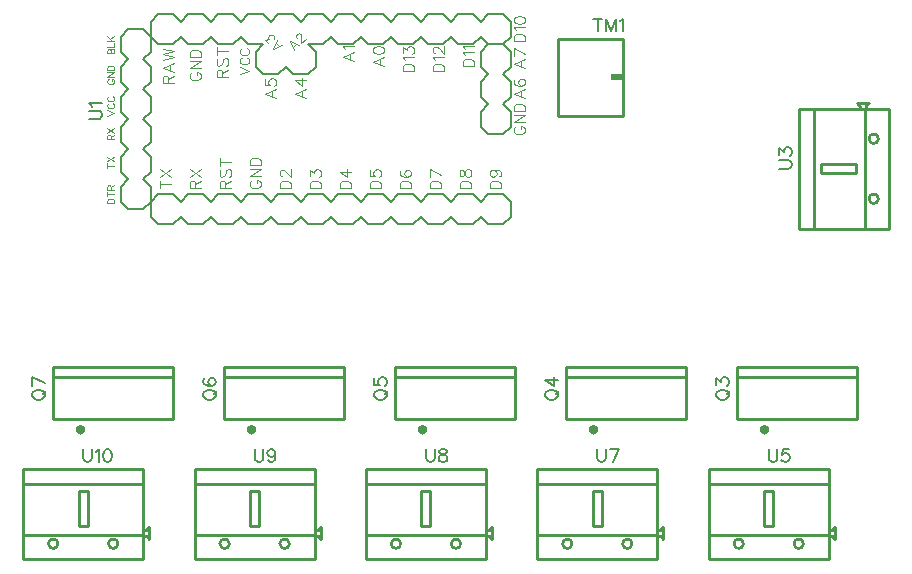
<source format=gto>
G04 Layer: TopSilkscreenLayer*
G04 EasyEDA v6.5.22, 2023-01-03 09:55:25*
G04 7daa880b0f2f4c369114fb813a63f3e8,5dd06754fdd742daa6fe38bf62b7df6b,10*
G04 Gerber Generator version 0.2*
G04 Scale: 100 percent, Rotated: No, Reflected: No *
G04 Dimensions in millimeters *
G04 leading zeros omitted , absolute positions ,4 integer and 5 decimal *
%FSLAX45Y45*%
%MOMM*%

%ADD10C,0.1524*%
%ADD11C,0.0813*%
%ADD12C,0.0488*%
%ADD13C,0.0650*%
%ADD14C,0.2540*%
%ADD15C,0.1270*%
%ADD16C,0.4000*%
%ADD17C,0.0183*%

%LPD*%
D10*
X6094984Y1974339D02*
G01*
X6100063Y1963925D01*
X6110477Y1953511D01*
X6120891Y1948177D01*
X6136640Y1943097D01*
X6162547Y1943097D01*
X6178041Y1948177D01*
X6188456Y1953511D01*
X6198870Y1963925D01*
X6203950Y1974339D01*
X6203950Y1995167D01*
X6198870Y2005327D01*
X6188456Y2015741D01*
X6178041Y2021075D01*
X6162547Y2026155D01*
X6136640Y2026155D01*
X6120891Y2021075D01*
X6110477Y2015741D01*
X6100063Y2005327D01*
X6094984Y1995167D01*
X6094984Y1974339D01*
X6183375Y1989833D02*
G01*
X6214363Y2021075D01*
X6094984Y2070859D02*
G01*
X6094984Y2128009D01*
X6136640Y2096767D01*
X6136640Y2112515D01*
X6141720Y2122929D01*
X6146800Y2128009D01*
X6162547Y2133343D01*
X6172961Y2133343D01*
X6188456Y2128009D01*
X6198870Y2117595D01*
X6203950Y2102101D01*
X6203950Y2086607D01*
X6198870Y2070859D01*
X6193790Y2065779D01*
X6183375Y2060445D01*
X4647184Y1974342D02*
G01*
X4652263Y1963928D01*
X4662677Y1953513D01*
X4673091Y1948179D01*
X4688840Y1943100D01*
X4714747Y1943100D01*
X4730241Y1948179D01*
X4740656Y1953513D01*
X4751070Y1963928D01*
X4756150Y1974342D01*
X4756150Y1995170D01*
X4751070Y2005329D01*
X4740656Y2015744D01*
X4730241Y2021078D01*
X4714747Y2026157D01*
X4688840Y2026157D01*
X4673091Y2021078D01*
X4662677Y2015744D01*
X4652263Y2005329D01*
X4647184Y1995170D01*
X4647184Y1974342D01*
X4735575Y1989836D02*
G01*
X4766563Y2021078D01*
X4647184Y2112518D02*
G01*
X4719827Y2060447D01*
X4719827Y2138426D01*
X4647184Y2112518D02*
G01*
X4756150Y2112518D01*
X3199384Y1974344D02*
G01*
X3204463Y1963930D01*
X3214877Y1953516D01*
X3225291Y1948182D01*
X3241040Y1943102D01*
X3266947Y1943102D01*
X3282441Y1948182D01*
X3292856Y1953516D01*
X3303270Y1963930D01*
X3308350Y1974344D01*
X3308350Y1995172D01*
X3303270Y2005332D01*
X3292856Y2015746D01*
X3282441Y2021080D01*
X3266947Y2026160D01*
X3241040Y2026160D01*
X3225291Y2021080D01*
X3214877Y2015746D01*
X3204463Y2005332D01*
X3199384Y1995172D01*
X3199384Y1974344D01*
X3287775Y1989838D02*
G01*
X3318763Y2021080D01*
X3199384Y2122934D02*
G01*
X3199384Y2070864D01*
X3246120Y2065784D01*
X3241040Y2070864D01*
X3235706Y2086612D01*
X3235706Y2102106D01*
X3241040Y2117600D01*
X3251200Y2128014D01*
X3266947Y2133348D01*
X3277361Y2133348D01*
X3292856Y2128014D01*
X3303270Y2117600D01*
X3308350Y2102106D01*
X3308350Y2086612D01*
X3303270Y2070864D01*
X3298190Y2065784D01*
X3287775Y2060450D01*
X1751584Y1974339D02*
G01*
X1756663Y1963925D01*
X1767078Y1953511D01*
X1777492Y1948177D01*
X1793239Y1943097D01*
X1819147Y1943097D01*
X1834642Y1948177D01*
X1845055Y1953511D01*
X1855470Y1963925D01*
X1860550Y1974339D01*
X1860550Y1995167D01*
X1855470Y2005327D01*
X1845055Y2015741D01*
X1834642Y2021075D01*
X1819147Y2026155D01*
X1793239Y2026155D01*
X1777492Y2021075D01*
X1767078Y2015741D01*
X1756663Y2005327D01*
X1751584Y1995167D01*
X1751584Y1974339D01*
X1839976Y1989833D02*
G01*
X1870963Y2021075D01*
X1767078Y2122929D02*
G01*
X1756663Y2117595D01*
X1751584Y2102101D01*
X1751584Y2091687D01*
X1756663Y2076193D01*
X1772412Y2065779D01*
X1798320Y2060445D01*
X1824228Y2060445D01*
X1845055Y2065779D01*
X1855470Y2076193D01*
X1860550Y2091687D01*
X1860550Y2096767D01*
X1855470Y2112515D01*
X1845055Y2122929D01*
X1829562Y2128009D01*
X1824228Y2128009D01*
X1808734Y2122929D01*
X1798320Y2112515D01*
X1793239Y2096767D01*
X1793239Y2091687D01*
X1798320Y2076193D01*
X1808734Y2065779D01*
X1824228Y2060445D01*
X303784Y1974339D02*
G01*
X308863Y1963925D01*
X319278Y1953511D01*
X329692Y1948177D01*
X345439Y1943097D01*
X371347Y1943097D01*
X386842Y1948177D01*
X397255Y1953511D01*
X407670Y1963925D01*
X412750Y1974339D01*
X412750Y1995167D01*
X407670Y2005327D01*
X397255Y2015741D01*
X386842Y2021075D01*
X371347Y2026155D01*
X345439Y2026155D01*
X329692Y2021075D01*
X319278Y2015741D01*
X308863Y2005327D01*
X303784Y1995167D01*
X303784Y1974339D01*
X392176Y1989833D02*
G01*
X423163Y2021075D01*
X303784Y2133343D02*
G01*
X412750Y2081273D01*
X303784Y2060445D02*
G01*
X303784Y2133343D01*
X5090922Y5169915D02*
G01*
X5090922Y5060950D01*
X5054600Y5169915D02*
G01*
X5127243Y5169915D01*
X5161534Y5169915D02*
G01*
X5161534Y5060950D01*
X5161534Y5169915D02*
G01*
X5203190Y5060950D01*
X5244845Y5169915D02*
G01*
X5203190Y5060950D01*
X5244845Y5169915D02*
G01*
X5244845Y5060950D01*
X5279136Y5149087D02*
G01*
X5289550Y5154421D01*
X5305043Y5169915D01*
X5305043Y5060950D01*
X786384Y4318000D02*
G01*
X864362Y4318000D01*
X879855Y4323079D01*
X890270Y4333494D01*
X895350Y4349242D01*
X895350Y4359655D01*
X890270Y4375150D01*
X879855Y4385563D01*
X864362Y4390644D01*
X786384Y4390644D01*
X807212Y4424934D02*
G01*
X801878Y4435347D01*
X786384Y4451095D01*
X895350Y4451095D01*
D11*
X1891284Y3733800D02*
G01*
X1988311Y3733800D01*
X1891284Y3733800D02*
G01*
X1891284Y3775455D01*
X1896110Y3789171D01*
X1900681Y3793744D01*
X1909826Y3798570D01*
X1918970Y3798570D01*
X1928368Y3793744D01*
X1932940Y3789171D01*
X1937511Y3775455D01*
X1937511Y3733800D01*
X1937511Y3766057D02*
G01*
X1988311Y3798570D01*
X1905254Y3893565D02*
G01*
X1896110Y3884421D01*
X1891284Y3870452D01*
X1891284Y3851910D01*
X1896110Y3838194D01*
X1905254Y3829050D01*
X1914397Y3829050D01*
X1923795Y3833621D01*
X1928368Y3838194D01*
X1932940Y3847337D01*
X1942084Y3875023D01*
X1946909Y3884421D01*
X1951481Y3888994D01*
X1960625Y3893565D01*
X1974595Y3893565D01*
X1983740Y3884421D01*
X1988311Y3870452D01*
X1988311Y3851910D01*
X1983740Y3838194D01*
X1974595Y3829050D01*
X1891284Y3956304D02*
G01*
X1988311Y3956304D01*
X1891284Y3924045D02*
G01*
X1891284Y3988815D01*
X2168397Y3803142D02*
G01*
X2159254Y3798570D01*
X2150109Y3789171D01*
X2145284Y3780028D01*
X2145284Y3761486D01*
X2150109Y3752342D01*
X2159254Y3742944D01*
X2168397Y3738371D01*
X2182368Y3733800D01*
X2205481Y3733800D01*
X2219197Y3738371D01*
X2228595Y3742944D01*
X2237740Y3752342D01*
X2242311Y3761486D01*
X2242311Y3780028D01*
X2237740Y3789171D01*
X2228595Y3798570D01*
X2219197Y3803142D01*
X2205481Y3803142D01*
X2205481Y3780028D02*
G01*
X2205481Y3803142D01*
X2145284Y3833621D02*
G01*
X2242311Y3833621D01*
X2145284Y3833621D02*
G01*
X2242311Y3898137D01*
X2145284Y3898137D02*
G01*
X2242311Y3898137D01*
X2145284Y3928618D02*
G01*
X2242311Y3928618D01*
X2145284Y3928618D02*
G01*
X2145284Y3961129D01*
X2150109Y3974845D01*
X2159254Y3983989D01*
X2168397Y3988815D01*
X2182368Y3993387D01*
X2205481Y3993387D01*
X2219197Y3988815D01*
X2228595Y3983989D01*
X2237740Y3974845D01*
X2242311Y3961129D01*
X2242311Y3928618D01*
X2399284Y3733800D02*
G01*
X2496311Y3733800D01*
X2399284Y3733800D02*
G01*
X2399284Y3766057D01*
X2404109Y3780028D01*
X2413254Y3789171D01*
X2422397Y3793744D01*
X2436368Y3798570D01*
X2459481Y3798570D01*
X2473197Y3793744D01*
X2482595Y3789171D01*
X2491740Y3780028D01*
X2496311Y3766057D01*
X2496311Y3733800D01*
X2422397Y3833621D02*
G01*
X2417825Y3833621D01*
X2408681Y3838194D01*
X2404109Y3842765D01*
X2399284Y3851910D01*
X2399284Y3870452D01*
X2404109Y3879850D01*
X2408681Y3884421D01*
X2417825Y3888994D01*
X2426970Y3888994D01*
X2436368Y3884421D01*
X2450084Y3875023D01*
X2496311Y3829050D01*
X2496311Y3893565D01*
X1637284Y3733800D02*
G01*
X1734312Y3733800D01*
X1637284Y3733800D02*
G01*
X1637284Y3775455D01*
X1642110Y3789171D01*
X1646681Y3793744D01*
X1655826Y3798570D01*
X1664970Y3798570D01*
X1674368Y3793744D01*
X1678939Y3789171D01*
X1683512Y3775455D01*
X1683512Y3733800D01*
X1683512Y3766057D02*
G01*
X1734312Y3798570D01*
X1637284Y3829050D02*
G01*
X1734312Y3893565D01*
X1637284Y3893565D02*
G01*
X1734312Y3829050D01*
X1383284Y3766057D02*
G01*
X1480312Y3766057D01*
X1383284Y3733800D02*
G01*
X1383284Y3798570D01*
X1383284Y3829050D02*
G01*
X1480312Y3893565D01*
X1383284Y3893565D02*
G01*
X1480312Y3829050D01*
D12*
X941831Y3606800D02*
G01*
X999997Y3606800D01*
X941831Y3606800D02*
G01*
X941831Y3626104D01*
X944626Y3634486D01*
X950213Y3640073D01*
X955547Y3642868D01*
X963929Y3645662D01*
X977900Y3645662D01*
X986028Y3642868D01*
X991615Y3640073D01*
X997204Y3634486D01*
X999997Y3626104D01*
X999997Y3606800D01*
X941831Y3683254D02*
G01*
X999997Y3683254D01*
X941831Y3663950D02*
G01*
X941831Y3702557D01*
X941831Y3720845D02*
G01*
X999997Y3720845D01*
X941831Y3720845D02*
G01*
X941831Y3745992D01*
X944626Y3754120D01*
X947420Y3756913D01*
X952754Y3759707D01*
X958342Y3759707D01*
X963929Y3756913D01*
X966723Y3754120D01*
X969518Y3745992D01*
X969518Y3720845D01*
X969518Y3740404D02*
G01*
X999997Y3759707D01*
X941831Y3925570D02*
G01*
X999997Y3925570D01*
X941831Y3906012D02*
G01*
X941831Y3944873D01*
X941831Y3963162D02*
G01*
X999997Y4002023D01*
X941831Y4002023D02*
G01*
X999997Y3963162D01*
X941831Y4148328D02*
G01*
X999997Y4148328D01*
X941831Y4148328D02*
G01*
X941831Y4173220D01*
X944626Y4181602D01*
X947420Y4184142D01*
X952754Y4186936D01*
X958342Y4186936D01*
X963929Y4184142D01*
X966723Y4181602D01*
X969518Y4173220D01*
X969518Y4148328D01*
X969518Y4167631D02*
G01*
X999997Y4186936D01*
X941831Y4205223D02*
G01*
X999997Y4244086D01*
X941831Y4244086D02*
G01*
X999997Y4205223D01*
X941831Y4347718D02*
G01*
X999997Y4369815D01*
X941831Y4392168D02*
G01*
X999997Y4369815D01*
X955547Y4451857D02*
G01*
X950213Y4449063D01*
X944626Y4443729D01*
X941831Y4438142D01*
X941831Y4426965D01*
X944626Y4421378D01*
X950213Y4415789D01*
X955547Y4413250D01*
X963929Y4410455D01*
X977900Y4410455D01*
X986028Y4413250D01*
X991615Y4415789D01*
X997204Y4421378D01*
X999997Y4426965D01*
X999997Y4438142D01*
X997204Y4443729D01*
X991615Y4449063D01*
X986028Y4451857D01*
X955547Y4511802D02*
G01*
X950213Y4509007D01*
X944626Y4503420D01*
X941831Y4497831D01*
X941831Y4486910D01*
X944626Y4481321D01*
X950213Y4475734D01*
X955547Y4472939D01*
X963929Y4470145D01*
X977900Y4470145D01*
X986028Y4472939D01*
X991615Y4475734D01*
X997204Y4481321D01*
X999997Y4486910D01*
X999997Y4497831D01*
X997204Y4503420D01*
X991615Y4509007D01*
X986028Y4511802D01*
X955547Y4657089D02*
G01*
X950213Y4654295D01*
X944626Y4648707D01*
X941831Y4643120D01*
X941831Y4631944D01*
X944626Y4626610D01*
X950213Y4621021D01*
X955547Y4618228D01*
X963929Y4615434D01*
X977900Y4615434D01*
X986028Y4618228D01*
X991615Y4621021D01*
X997204Y4626610D01*
X999997Y4631944D01*
X999997Y4643120D01*
X997204Y4648707D01*
X991615Y4654295D01*
X986028Y4657089D01*
X977900Y4657089D01*
X977900Y4643120D02*
G01*
X977900Y4657089D01*
X941831Y4675378D02*
G01*
X999997Y4675378D01*
X941831Y4675378D02*
G01*
X999997Y4713986D01*
X941831Y4713986D02*
G01*
X999997Y4713986D01*
X941831Y4732273D02*
G01*
X999997Y4732273D01*
X941831Y4732273D02*
G01*
X941831Y4751831D01*
X944626Y4759960D01*
X950213Y4765547D01*
X955547Y4768342D01*
X963929Y4771136D01*
X977900Y4771136D01*
X986028Y4768342D01*
X991615Y4765547D01*
X997204Y4759960D01*
X999997Y4751831D01*
X999997Y4732273D01*
X941831Y4874768D02*
G01*
X999997Y4874768D01*
X941831Y4874768D02*
G01*
X941831Y4899660D01*
X944626Y4908042D01*
X947420Y4910836D01*
X952754Y4913629D01*
X958342Y4913629D01*
X963929Y4910836D01*
X966723Y4908042D01*
X969518Y4899660D01*
X969518Y4874768D02*
G01*
X969518Y4899660D01*
X972312Y4908042D01*
X975105Y4910836D01*
X980694Y4913629D01*
X988821Y4913629D01*
X994410Y4910836D01*
X997204Y4908042D01*
X999997Y4899660D01*
X999997Y4874768D01*
X941831Y4931918D02*
G01*
X999997Y4931918D01*
X999997Y4931918D02*
G01*
X999997Y4965192D01*
X941831Y4983479D02*
G01*
X999997Y4983479D01*
X941831Y5022087D02*
G01*
X980694Y4983479D01*
X966723Y4997195D02*
G01*
X999997Y5022087D01*
D11*
X2907284Y3733800D02*
G01*
X3004311Y3733800D01*
X2907284Y3733800D02*
G01*
X2907284Y3766057D01*
X2912109Y3780028D01*
X2921254Y3789171D01*
X2930397Y3793744D01*
X2944368Y3798570D01*
X2967481Y3798570D01*
X2981197Y3793744D01*
X2990595Y3789171D01*
X2999740Y3780028D01*
X3004311Y3766057D01*
X3004311Y3733800D01*
X2907284Y3875023D02*
G01*
X2972054Y3829050D01*
X2972054Y3898137D01*
X2907284Y3875023D02*
G01*
X3004311Y3875023D01*
X3161284Y3733800D02*
G01*
X3258311Y3733800D01*
X3161284Y3733800D02*
G01*
X3161284Y3766057D01*
X3166109Y3780028D01*
X3175254Y3789171D01*
X3184397Y3793744D01*
X3198368Y3798570D01*
X3221481Y3798570D01*
X3235197Y3793744D01*
X3244595Y3789171D01*
X3253740Y3780028D01*
X3258311Y3766057D01*
X3258311Y3733800D01*
X3161284Y3884421D02*
G01*
X3161284Y3838194D01*
X3202940Y3833621D01*
X3198368Y3838194D01*
X3193795Y3851910D01*
X3193795Y3865879D01*
X3198368Y3879850D01*
X3207511Y3888994D01*
X3221481Y3893565D01*
X3230625Y3893565D01*
X3244595Y3888994D01*
X3253740Y3879850D01*
X3258311Y3865879D01*
X3258311Y3851910D01*
X3253740Y3838194D01*
X3249168Y3833621D01*
X3239770Y3829050D01*
X3415284Y3733800D02*
G01*
X3512311Y3733800D01*
X3415284Y3733800D02*
G01*
X3415284Y3766057D01*
X3420109Y3780028D01*
X3429254Y3789171D01*
X3438397Y3793744D01*
X3452368Y3798570D01*
X3475481Y3798570D01*
X3489197Y3793744D01*
X3498595Y3789171D01*
X3507740Y3780028D01*
X3512311Y3766057D01*
X3512311Y3733800D01*
X3429254Y3884421D02*
G01*
X3420109Y3879850D01*
X3415284Y3865879D01*
X3415284Y3856736D01*
X3420109Y3842765D01*
X3433825Y3833621D01*
X3456940Y3829050D01*
X3480054Y3829050D01*
X3498595Y3833621D01*
X3507740Y3842765D01*
X3512311Y3856736D01*
X3512311Y3861307D01*
X3507740Y3875023D01*
X3498595Y3884421D01*
X3484625Y3888994D01*
X3480054Y3888994D01*
X3466084Y3884421D01*
X3456940Y3875023D01*
X3452368Y3861307D01*
X3452368Y3856736D01*
X3456940Y3842765D01*
X3466084Y3833621D01*
X3480054Y3829050D01*
X3669284Y3733800D02*
G01*
X3766311Y3733800D01*
X3669284Y3733800D02*
G01*
X3669284Y3766057D01*
X3674109Y3780028D01*
X3683254Y3789171D01*
X3692397Y3793744D01*
X3706368Y3798570D01*
X3729481Y3798570D01*
X3743197Y3793744D01*
X3752595Y3789171D01*
X3761740Y3780028D01*
X3766311Y3766057D01*
X3766311Y3733800D01*
X3669284Y3893565D02*
G01*
X3766311Y3847337D01*
X3669284Y3829050D02*
G01*
X3669284Y3893565D01*
X3923284Y3733800D02*
G01*
X4020311Y3733800D01*
X3923284Y3733800D02*
G01*
X3923284Y3766057D01*
X3928109Y3780028D01*
X3937254Y3789171D01*
X3946397Y3793744D01*
X3960368Y3798570D01*
X3983481Y3798570D01*
X3997197Y3793744D01*
X4006595Y3789171D01*
X4015740Y3780028D01*
X4020311Y3766057D01*
X4020311Y3733800D01*
X3923284Y3851910D02*
G01*
X3928109Y3838194D01*
X3937254Y3833621D01*
X3946397Y3833621D01*
X3955795Y3838194D01*
X3960368Y3847337D01*
X3964940Y3865879D01*
X3969511Y3879850D01*
X3978909Y3888994D01*
X3988054Y3893565D01*
X4001770Y3893565D01*
X4011168Y3888994D01*
X4015740Y3884421D01*
X4020311Y3870452D01*
X4020311Y3851910D01*
X4015740Y3838194D01*
X4011168Y3833621D01*
X4001770Y3829050D01*
X3988054Y3829050D01*
X3978909Y3833621D01*
X3969511Y3842765D01*
X3964940Y3856736D01*
X3960368Y3875023D01*
X3955795Y3884421D01*
X3946397Y3888994D01*
X3937254Y3888994D01*
X3928109Y3884421D01*
X3923284Y3870452D01*
X3923284Y3851910D01*
X4177284Y3733800D02*
G01*
X4274311Y3733800D01*
X4177284Y3733800D02*
G01*
X4177284Y3766057D01*
X4182109Y3780028D01*
X4191254Y3789171D01*
X4200397Y3793744D01*
X4214368Y3798570D01*
X4237481Y3798570D01*
X4251197Y3793744D01*
X4260595Y3789171D01*
X4269740Y3780028D01*
X4274311Y3766057D01*
X4274311Y3733800D01*
X4209795Y3888994D02*
G01*
X4223511Y3884421D01*
X4232909Y3875023D01*
X4237481Y3861307D01*
X4237481Y3856736D01*
X4232909Y3842765D01*
X4223511Y3833621D01*
X4209795Y3829050D01*
X4204970Y3829050D01*
X4191254Y3833621D01*
X4182109Y3842765D01*
X4177284Y3856736D01*
X4177284Y3861307D01*
X4182109Y3875023D01*
X4191254Y3884421D01*
X4209795Y3888994D01*
X4232909Y3888994D01*
X4255770Y3884421D01*
X4269740Y3875023D01*
X4274311Y3861307D01*
X4274311Y3851910D01*
X4269740Y3838194D01*
X4260595Y3833621D01*
X4380484Y4978400D02*
G01*
X4477511Y4978400D01*
X4380484Y4978400D02*
G01*
X4380484Y5010657D01*
X4385309Y5024628D01*
X4394454Y5033771D01*
X4403597Y5038344D01*
X4417568Y5043170D01*
X4440681Y5043170D01*
X4454397Y5038344D01*
X4463795Y5033771D01*
X4472940Y5024628D01*
X4477511Y5010657D01*
X4477511Y4978400D01*
X4399025Y5073650D02*
G01*
X4394454Y5082794D01*
X4380484Y5096510D01*
X4477511Y5096510D01*
X4380484Y5154929D02*
G01*
X4385309Y5140960D01*
X4399025Y5131815D01*
X4422140Y5126989D01*
X4436109Y5126989D01*
X4458970Y5131815D01*
X4472940Y5140960D01*
X4477511Y5154929D01*
X4477511Y5164073D01*
X4472940Y5177789D01*
X4458970Y5187187D01*
X4436109Y5191760D01*
X4422140Y5191760D01*
X4399025Y5187187D01*
X4385309Y5177789D01*
X4380484Y5164073D01*
X4380484Y5154929D01*
X3948684Y4766055D02*
G01*
X4045711Y4766055D01*
X3948684Y4766055D02*
G01*
X3948684Y4798313D01*
X3953509Y4812284D01*
X3962654Y4821428D01*
X3971797Y4826000D01*
X3985768Y4830826D01*
X4008881Y4830826D01*
X4022597Y4826000D01*
X4031995Y4821428D01*
X4041140Y4812284D01*
X4045711Y4798313D01*
X4045711Y4766055D01*
X3967225Y4861305D02*
G01*
X3962654Y4870450D01*
X3948684Y4884165D01*
X4045711Y4884165D01*
X3967225Y4914645D02*
G01*
X3962654Y4924044D01*
X3948684Y4937760D01*
X4045711Y4937760D01*
X3694684Y4724400D02*
G01*
X3791711Y4724400D01*
X3694684Y4724400D02*
G01*
X3694684Y4756657D01*
X3699509Y4770628D01*
X3708654Y4779771D01*
X3717797Y4784344D01*
X3731768Y4789170D01*
X3754881Y4789170D01*
X3768597Y4784344D01*
X3777995Y4779771D01*
X3787140Y4770628D01*
X3791711Y4756657D01*
X3791711Y4724400D01*
X3713225Y4819650D02*
G01*
X3708654Y4828794D01*
X3694684Y4842510D01*
X3791711Y4842510D01*
X3717797Y4877815D02*
G01*
X3713225Y4877815D01*
X3704081Y4882387D01*
X3699509Y4886960D01*
X3694684Y4896104D01*
X3694684Y4914645D01*
X3699509Y4923789D01*
X3704081Y4928615D01*
X3713225Y4933187D01*
X3722370Y4933187D01*
X3731768Y4928615D01*
X3745484Y4919218D01*
X3791711Y4872989D01*
X3791711Y4937760D01*
X3440684Y4724400D02*
G01*
X3537711Y4724400D01*
X3440684Y4724400D02*
G01*
X3440684Y4756657D01*
X3445509Y4770628D01*
X3454654Y4779771D01*
X3463797Y4784344D01*
X3477768Y4789170D01*
X3500881Y4789170D01*
X3514597Y4784344D01*
X3523995Y4779771D01*
X3533140Y4770628D01*
X3537711Y4756657D01*
X3537711Y4724400D01*
X3459225Y4819650D02*
G01*
X3454654Y4828794D01*
X3440684Y4842510D01*
X3537711Y4842510D01*
X3440684Y4882387D02*
G01*
X3440684Y4933187D01*
X3477768Y4905502D01*
X3477768Y4919218D01*
X3482340Y4928615D01*
X3486911Y4933187D01*
X3500881Y4937760D01*
X3510025Y4937760D01*
X3523995Y4933187D01*
X3533140Y4923789D01*
X3537711Y4910073D01*
X3537711Y4896104D01*
X3533140Y4882387D01*
X3528568Y4877815D01*
X3519170Y4872989D01*
X3186684Y4805679D02*
G01*
X3283711Y4768850D01*
X3186684Y4805679D02*
G01*
X3283711Y4842763D01*
X3251454Y4782820D02*
G01*
X3251454Y4828794D01*
X3186684Y4900929D02*
G01*
X3191509Y4886960D01*
X3205225Y4877815D01*
X3228340Y4873244D01*
X3242309Y4873244D01*
X3265170Y4877815D01*
X3279140Y4886960D01*
X3283711Y4900929D01*
X3283711Y4910073D01*
X3279140Y4924044D01*
X3265170Y4933187D01*
X3242309Y4937760D01*
X3228340Y4937760D01*
X3205225Y4933187D01*
X3191509Y4924044D01*
X3186684Y4910073D01*
X3186684Y4900929D01*
X2932684Y4847081D02*
G01*
X3029711Y4810252D01*
X2932684Y4847081D02*
G01*
X3029711Y4884165D01*
X2997454Y4824221D02*
G01*
X2997454Y4870195D01*
X2951225Y4914645D02*
G01*
X2946654Y4923789D01*
X2932684Y4937760D01*
X3029711Y4937760D01*
D13*
X2490122Y4981046D02*
G01*
X2524246Y4905253D01*
X2490122Y4981046D02*
G01*
X2566095Y4947102D01*
X2513830Y4931476D02*
G01*
X2539872Y4957518D01*
X2544003Y5008704D02*
G01*
X2541308Y5011399D01*
X2538793Y5019301D01*
X2538793Y5024330D01*
X2541308Y5032235D01*
X2551904Y5042829D01*
X2559809Y5045344D01*
X2564838Y5045344D01*
X2572740Y5042829D01*
X2577947Y5037622D01*
X2580462Y5029720D01*
X2583157Y5016609D01*
X2583337Y4964343D01*
X2619796Y5000802D01*
X2346853Y4915822D02*
G01*
X2422646Y4949946D01*
X2346853Y4915822D02*
G01*
X2380797Y4991795D01*
X2396423Y4939530D02*
G01*
X2370381Y4965572D01*
X2303388Y4959286D02*
G01*
X2274651Y4988024D01*
X2311112Y4993231D01*
X2303388Y5000955D01*
X2300874Y5008857D01*
X2300874Y5014244D01*
X2306083Y5024483D01*
X2311290Y5029690D01*
X2321709Y5035080D01*
X2332126Y5035080D01*
X2342723Y5029870D01*
X2350625Y5021968D01*
X2355654Y5011552D01*
X2355654Y5006162D01*
X2352959Y4998440D01*
X2064258Y4699000D02*
G01*
X2141981Y4728463D01*
X2064258Y4758181D02*
G01*
X2141981Y4728463D01*
X2082800Y4837937D02*
G01*
X2075434Y4834128D01*
X2068068Y4826762D01*
X2064258Y4819395D01*
X2064258Y4804663D01*
X2068068Y4797297D01*
X2075434Y4789931D01*
X2082800Y4786121D01*
X2093722Y4782565D01*
X2112263Y4782565D01*
X2123440Y4786121D01*
X2130806Y4789931D01*
X2138172Y4797297D01*
X2141981Y4804663D01*
X2141981Y4819395D01*
X2138172Y4826762D01*
X2130806Y4834128D01*
X2123440Y4837937D01*
X2082800Y4917694D02*
G01*
X2075434Y4914137D01*
X2068068Y4906518D01*
X2064258Y4899152D01*
X2064258Y4884420D01*
X2068068Y4877054D01*
X2075434Y4869687D01*
X2082800Y4865878D01*
X2093722Y4862321D01*
X2112263Y4862321D01*
X2123440Y4865878D01*
X2130806Y4869687D01*
X2138172Y4877054D01*
X2141981Y4884420D01*
X2141981Y4899152D01*
X2138172Y4906518D01*
X2130806Y4914137D01*
X2123440Y4917694D01*
D11*
X1865884Y4673600D02*
G01*
X1962911Y4673600D01*
X1865884Y4673600D02*
G01*
X1865884Y4715255D01*
X1870710Y4728971D01*
X1875281Y4733544D01*
X1884426Y4738370D01*
X1893570Y4738370D01*
X1902968Y4733544D01*
X1907539Y4728971D01*
X1912112Y4715255D01*
X1912112Y4673600D01*
X1912112Y4705857D02*
G01*
X1962911Y4738370D01*
X1879854Y4833365D02*
G01*
X1870710Y4824221D01*
X1865884Y4810252D01*
X1865884Y4791710D01*
X1870710Y4777994D01*
X1879854Y4768850D01*
X1888997Y4768850D01*
X1898395Y4773421D01*
X1902968Y4777994D01*
X1907539Y4787137D01*
X1916684Y4814823D01*
X1921510Y4824221D01*
X1926081Y4828794D01*
X1935225Y4833365D01*
X1949195Y4833365D01*
X1958340Y4824221D01*
X1962911Y4810252D01*
X1962911Y4791710D01*
X1958340Y4777994D01*
X1949195Y4768850D01*
X1865884Y4896104D02*
G01*
X1962911Y4896104D01*
X1865884Y4863845D02*
G01*
X1865884Y4928615D01*
X1660397Y4717542D02*
G01*
X1651254Y4712970D01*
X1642110Y4703571D01*
X1637284Y4694428D01*
X1637284Y4675886D01*
X1642110Y4666742D01*
X1651254Y4657344D01*
X1660397Y4652771D01*
X1674368Y4648200D01*
X1697481Y4648200D01*
X1711197Y4652771D01*
X1720595Y4657344D01*
X1729739Y4666742D01*
X1734312Y4675886D01*
X1734312Y4694428D01*
X1729739Y4703571D01*
X1720595Y4712970D01*
X1711197Y4717542D01*
X1697481Y4717542D01*
X1697481Y4694428D02*
G01*
X1697481Y4717542D01*
X1637284Y4748021D02*
G01*
X1734312Y4748021D01*
X1637284Y4748021D02*
G01*
X1734312Y4812537D01*
X1637284Y4812537D02*
G01*
X1734312Y4812537D01*
X1637284Y4843018D02*
G01*
X1734312Y4843018D01*
X1637284Y4843018D02*
G01*
X1637284Y4875529D01*
X1642110Y4889245D01*
X1651254Y4898389D01*
X1660397Y4903215D01*
X1674368Y4907787D01*
X1697481Y4907787D01*
X1711197Y4903215D01*
X1720595Y4898389D01*
X1729739Y4889245D01*
X1734312Y4875529D01*
X1734312Y4843018D01*
X1408684Y4622800D02*
G01*
X1505712Y4622800D01*
X1408684Y4622800D02*
G01*
X1408684Y4664455D01*
X1413510Y4678171D01*
X1418081Y4682744D01*
X1427226Y4687570D01*
X1436370Y4687570D01*
X1445768Y4682744D01*
X1450339Y4678171D01*
X1454912Y4664455D01*
X1454912Y4622800D01*
X1454912Y4655057D02*
G01*
X1505712Y4687570D01*
X1408684Y4754879D02*
G01*
X1505712Y4718050D01*
X1408684Y4754879D02*
G01*
X1505712Y4791710D01*
X1473454Y4731765D02*
G01*
X1473454Y4777994D01*
X1408684Y4822189D02*
G01*
X1505712Y4845304D01*
X1408684Y4868418D02*
G01*
X1505712Y4845304D01*
X1408684Y4868418D02*
G01*
X1505712Y4891531D01*
X1408684Y4914645D02*
G01*
X1505712Y4891531D01*
X2653284Y3733800D02*
G01*
X2750311Y3733800D01*
X2653284Y3733800D02*
G01*
X2653284Y3766057D01*
X2658109Y3780028D01*
X2667254Y3789171D01*
X2676397Y3793744D01*
X2690368Y3798570D01*
X2713481Y3798570D01*
X2727197Y3793744D01*
X2736595Y3789171D01*
X2745740Y3780028D01*
X2750311Y3766057D01*
X2750311Y3733800D01*
X2653284Y3838194D02*
G01*
X2653284Y3888994D01*
X2690368Y3861307D01*
X2690368Y3875023D01*
X2694940Y3884421D01*
X2699511Y3888994D01*
X2713481Y3893565D01*
X2722625Y3893565D01*
X2736595Y3888994D01*
X2745740Y3879850D01*
X2750311Y3865879D01*
X2750311Y3851910D01*
X2745740Y3838194D01*
X2741168Y3833621D01*
X2731770Y3829050D01*
X4380484Y4532629D02*
G01*
X4477511Y4495800D01*
X4380484Y4532629D02*
G01*
X4477511Y4569713D01*
X4445254Y4509770D02*
G01*
X4445254Y4555744D01*
X4394454Y4655565D02*
G01*
X4385309Y4650994D01*
X4380484Y4637023D01*
X4380484Y4627879D01*
X4385309Y4613910D01*
X4399025Y4604765D01*
X4422140Y4600194D01*
X4445254Y4600194D01*
X4463795Y4604765D01*
X4472940Y4613910D01*
X4477511Y4627879D01*
X4477511Y4632452D01*
X4472940Y4646421D01*
X4463795Y4655565D01*
X4449825Y4660137D01*
X4445254Y4660137D01*
X4431284Y4655565D01*
X4422140Y4646421D01*
X4417568Y4632452D01*
X4417568Y4627879D01*
X4422140Y4613910D01*
X4431284Y4604765D01*
X4445254Y4600194D01*
X4380484Y4786629D02*
G01*
X4477511Y4749800D01*
X4380484Y4786629D02*
G01*
X4477511Y4823713D01*
X4445254Y4763770D02*
G01*
X4445254Y4809744D01*
X4380484Y4918710D02*
G01*
X4477511Y4872736D01*
X4380484Y4854194D02*
G01*
X4380484Y4918710D01*
X2272284Y4532629D02*
G01*
X2369311Y4495800D01*
X2272284Y4532629D02*
G01*
X2369311Y4569713D01*
X2337054Y4509770D02*
G01*
X2337054Y4555744D01*
X2272284Y4655565D02*
G01*
X2272284Y4609337D01*
X2313940Y4604765D01*
X2309368Y4609337D01*
X2304795Y4623307D01*
X2304795Y4637023D01*
X2309368Y4650994D01*
X2318511Y4660137D01*
X2332481Y4664710D01*
X2341625Y4664710D01*
X2355595Y4660137D01*
X2364740Y4650994D01*
X2369311Y4637023D01*
X2369311Y4623307D01*
X2364740Y4609337D01*
X2360168Y4604765D01*
X2350770Y4600194D01*
X2526284Y4532629D02*
G01*
X2623311Y4495800D01*
X2526284Y4532629D02*
G01*
X2623311Y4569713D01*
X2591054Y4509770D02*
G01*
X2591054Y4555744D01*
X2526284Y4646421D02*
G01*
X2591054Y4600194D01*
X2591054Y4669536D01*
X2526284Y4646421D02*
G01*
X2623311Y4646421D01*
X4403597Y4260342D02*
G01*
X4394454Y4255770D01*
X4385309Y4246371D01*
X4380484Y4237228D01*
X4380484Y4218686D01*
X4385309Y4209542D01*
X4394454Y4200144D01*
X4403597Y4195571D01*
X4417568Y4191000D01*
X4440681Y4191000D01*
X4454397Y4195571D01*
X4463795Y4200144D01*
X4472940Y4209542D01*
X4477511Y4218686D01*
X4477511Y4237228D01*
X4472940Y4246371D01*
X4463795Y4255770D01*
X4454397Y4260342D01*
X4440681Y4260342D01*
X4440681Y4237228D02*
G01*
X4440681Y4260342D01*
X4380484Y4290821D02*
G01*
X4477511Y4290821D01*
X4380484Y4290821D02*
G01*
X4477511Y4355337D01*
X4380484Y4355337D02*
G01*
X4477511Y4355337D01*
X4380484Y4385818D02*
G01*
X4477511Y4385818D01*
X4380484Y4385818D02*
G01*
X4380484Y4418329D01*
X4385309Y4432045D01*
X4394454Y4441189D01*
X4403597Y4446015D01*
X4417568Y4450587D01*
X4440681Y4450587D01*
X4454397Y4446015D01*
X4463795Y4441189D01*
X4472940Y4432045D01*
X4477511Y4418329D01*
X4477511Y4385818D01*
D10*
X6628384Y3899598D02*
G01*
X6706361Y3899598D01*
X6721856Y3904678D01*
X6732270Y3915092D01*
X6737350Y3930840D01*
X6737350Y3941254D01*
X6732270Y3956748D01*
X6721856Y3967162D01*
X6706361Y3972242D01*
X6628384Y3972242D01*
X6628384Y4016946D02*
G01*
X6628384Y4074096D01*
X6670040Y4043108D01*
X6670040Y4058602D01*
X6675120Y4069016D01*
X6680200Y4074096D01*
X6695947Y4079430D01*
X6706361Y4079430D01*
X6721856Y4074096D01*
X6732270Y4063682D01*
X6737350Y4048188D01*
X6737350Y4032694D01*
X6732270Y4016946D01*
X6727190Y4011866D01*
X6716775Y4006532D01*
X6541198Y1525015D02*
G01*
X6541198Y1447037D01*
X6546278Y1431544D01*
X6556692Y1421129D01*
X6572440Y1416050D01*
X6582854Y1416050D01*
X6598348Y1421129D01*
X6608762Y1431544D01*
X6613842Y1447037D01*
X6613842Y1525015D01*
X6710616Y1525015D02*
G01*
X6658546Y1525015D01*
X6653466Y1478279D01*
X6658546Y1483360D01*
X6674294Y1488694D01*
X6689788Y1488694D01*
X6705282Y1483360D01*
X6715696Y1473200D01*
X6721030Y1457452D01*
X6721030Y1447037D01*
X6715696Y1431544D01*
X6705282Y1421129D01*
X6689788Y1416050D01*
X6674294Y1416050D01*
X6658546Y1421129D01*
X6653466Y1426210D01*
X6648132Y1436623D01*
X5090223Y1525015D02*
G01*
X5090223Y1447037D01*
X5095303Y1431544D01*
X5105717Y1421129D01*
X5121465Y1416050D01*
X5131879Y1416050D01*
X5147373Y1421129D01*
X5157787Y1431544D01*
X5162867Y1447037D01*
X5162867Y1525015D01*
X5270055Y1525015D02*
G01*
X5217985Y1416050D01*
X5197157Y1525015D02*
G01*
X5270055Y1525015D01*
X3639248Y1525015D02*
G01*
X3639248Y1447037D01*
X3644328Y1431544D01*
X3654742Y1421129D01*
X3670490Y1416050D01*
X3680904Y1416050D01*
X3696398Y1421129D01*
X3706812Y1431544D01*
X3711892Y1447037D01*
X3711892Y1525015D01*
X3772344Y1525015D02*
G01*
X3756596Y1519936D01*
X3751516Y1509521D01*
X3751516Y1499107D01*
X3756596Y1488694D01*
X3767010Y1483360D01*
X3787838Y1478279D01*
X3803332Y1473200D01*
X3813746Y1462786D01*
X3819080Y1452371D01*
X3819080Y1436623D01*
X3813746Y1426210D01*
X3808666Y1421129D01*
X3792918Y1416050D01*
X3772344Y1416050D01*
X3756596Y1421129D01*
X3751516Y1426210D01*
X3746182Y1436623D01*
X3746182Y1452371D01*
X3751516Y1462786D01*
X3761930Y1473200D01*
X3777424Y1478279D01*
X3798252Y1483360D01*
X3808666Y1488694D01*
X3813746Y1499107D01*
X3813746Y1509521D01*
X3808666Y1519936D01*
X3792918Y1525015D01*
X3772344Y1525015D01*
X2188273Y1525015D02*
G01*
X2188273Y1447037D01*
X2193353Y1431544D01*
X2203767Y1421129D01*
X2219515Y1416050D01*
X2229929Y1416050D01*
X2245423Y1421129D01*
X2255837Y1431544D01*
X2260917Y1447037D01*
X2260917Y1525015D01*
X2362771Y1488694D02*
G01*
X2357691Y1473200D01*
X2347277Y1462786D01*
X2331783Y1457452D01*
X2326449Y1457452D01*
X2310955Y1462786D01*
X2300541Y1473200D01*
X2295207Y1488694D01*
X2295207Y1493773D01*
X2300541Y1509521D01*
X2310955Y1519936D01*
X2326449Y1525015D01*
X2331783Y1525015D01*
X2347277Y1519936D01*
X2357691Y1509521D01*
X2362771Y1488694D01*
X2362771Y1462786D01*
X2357691Y1436623D01*
X2347277Y1421129D01*
X2331783Y1416050D01*
X2321369Y1416050D01*
X2305621Y1421129D01*
X2300541Y1431544D01*
X737298Y1525015D02*
G01*
X737298Y1447037D01*
X742378Y1431544D01*
X752792Y1421129D01*
X768540Y1416050D01*
X778954Y1416050D01*
X794448Y1421129D01*
X804862Y1431544D01*
X809942Y1447037D01*
X809942Y1525015D01*
X844232Y1504187D02*
G01*
X854646Y1509521D01*
X870394Y1525015D01*
X870394Y1416050D01*
X935672Y1525015D02*
G01*
X920178Y1519936D01*
X909764Y1504187D01*
X904684Y1478279D01*
X904684Y1462786D01*
X909764Y1436623D01*
X920178Y1421129D01*
X935672Y1416050D01*
X946086Y1416050D01*
X961834Y1421129D01*
X972248Y1436623D01*
X977328Y1462786D01*
X977328Y1478279D01*
X972248Y1504187D01*
X961834Y1519936D01*
X946086Y1525015D01*
X935672Y1525015D01*
G36*
X5207000Y4699000D02*
G01*
X5207000Y4648200D01*
X5308600Y4648200D01*
X5308600Y4699000D01*
G37*
D14*
X6273800Y2138796D02*
G01*
X7289800Y2138796D01*
X6273800Y1777997D02*
G01*
X7289800Y1777997D01*
X7289800Y2222497D01*
X6273800Y2222497D01*
X6273800Y1777997D01*
X4826000Y2138799D02*
G01*
X5842000Y2138799D01*
X4826000Y1778000D02*
G01*
X5842000Y1778000D01*
X5842000Y2222500D01*
X4826000Y2222500D01*
X4826000Y1778000D01*
X3378200Y2138801D02*
G01*
X4394200Y2138801D01*
X3378200Y1778002D02*
G01*
X4394200Y1778002D01*
X4394200Y2222502D01*
X3378200Y2222502D01*
X3378200Y1778002D01*
X1930400Y2138796D02*
G01*
X2946400Y2138796D01*
X1930400Y1777997D02*
G01*
X2946400Y1777997D01*
X2946400Y2222497D01*
X1930400Y2222497D01*
X1930400Y1777997D01*
X482600Y2138796D02*
G01*
X1498600Y2138796D01*
X482600Y1777997D02*
G01*
X1498600Y1777997D01*
X1498600Y2222497D01*
X482600Y2222497D01*
X482600Y1777997D01*
X4758613Y4998593D02*
G01*
X5308625Y4998593D01*
X5308625Y4348581D01*
X4758613Y4348581D01*
X4758613Y4998593D01*
D15*
X1371600Y3429000D02*
G01*
X1498600Y3429000D01*
X1562100Y3492500D01*
X1625600Y3429000D01*
X1752600Y3429000D01*
X1816100Y3492500D01*
X1879600Y3429000D01*
X2006600Y3429000D01*
X2070100Y3492500D01*
X2133600Y3429000D01*
X2260600Y3429000D01*
X2324100Y3492500D01*
X2387600Y3429000D01*
X2514600Y3429000D01*
X2578100Y3492500D01*
X2641600Y3429000D01*
X2768600Y3429000D01*
X2832100Y3492500D01*
X2895600Y3429000D01*
X3022600Y3429000D01*
X3086100Y3492500D01*
X3149600Y3429000D01*
X3276600Y3429000D01*
X3340100Y3492500D01*
X3403600Y3429000D01*
X3530600Y3429000D01*
X3594100Y3492500D01*
X3657600Y3429000D01*
X3784600Y3429000D01*
X3848100Y3492500D01*
X3911600Y3429000D01*
X4038600Y3429000D01*
X4102100Y3492500D01*
X4165600Y3429000D01*
X4292600Y3429000D01*
X4356100Y3492500D01*
X4356100Y3619500D01*
X4292600Y3683000D01*
X4165600Y3683000D01*
X4102100Y3619500D01*
X4038600Y3683000D01*
X3911600Y3683000D01*
X3848100Y3619500D01*
X3784600Y3683000D01*
X3657600Y3683000D01*
X3594100Y3619500D01*
X3530600Y3683000D01*
X3403600Y3683000D01*
X3340100Y3619500D01*
X3276600Y3683000D01*
X3149600Y3683000D01*
X3086100Y3619500D01*
X3022600Y3683000D01*
X2895600Y3683000D01*
X2832100Y3619500D01*
X2768600Y3683000D01*
X2641600Y3683000D01*
X2578100Y3619500D01*
X2514600Y3683000D01*
X2387600Y3683000D01*
X2324100Y3619500D01*
X2260600Y3683000D01*
X2133600Y3683000D01*
X2070100Y3619500D01*
X2006600Y3683000D01*
X1879600Y3683000D01*
X1816100Y3619500D01*
X1752600Y3683000D01*
X1625600Y3683000D01*
X1562100Y3619500D01*
X1498600Y3683000D01*
X1371600Y3683000D01*
X1308100Y3619500D01*
X1308100Y3492500D01*
X1371600Y3429000D01*
X4102100Y5016500D02*
G01*
X4165600Y4953000D01*
X4102100Y4889500D01*
X4102100Y4762500D01*
X4165600Y4699000D01*
X4102100Y4635500D01*
X4102100Y4508500D01*
X4165600Y4445000D01*
X4102100Y4381500D01*
X4102100Y4254500D01*
X4165600Y4191000D01*
X4292600Y4191000D01*
X4356100Y4254500D01*
X4356100Y4381500D01*
X4292600Y4445000D01*
X4356100Y4508500D01*
X4356100Y4635500D01*
X4292600Y4699000D01*
X4356100Y4762500D01*
X4356100Y4889500D01*
X4292600Y4953000D01*
X4356100Y5016500D01*
X4356100Y5143500D01*
X4292600Y5207000D01*
X4165600Y5207000D01*
X4102100Y5143500D01*
X4038600Y5207000D01*
X3911600Y5207000D01*
X3848100Y5143500D01*
X3784600Y5207000D01*
X3657600Y5207000D01*
X3594100Y5143500D01*
X3530600Y5207000D01*
X3403600Y5207000D01*
X3340100Y5143500D01*
X3276600Y5207000D01*
X3149600Y5207000D01*
X3086100Y5143500D01*
X3022600Y5207000D01*
X2895600Y5207000D01*
X2832100Y5143500D01*
X2768600Y5207000D01*
X2641600Y5207000D01*
X2578100Y5143500D01*
X2514600Y5207000D01*
X2387600Y5207000D01*
X2324100Y5143500D01*
X2260600Y5207000D01*
X2133600Y5207000D01*
X2070100Y5143500D01*
X2006600Y5207000D01*
X1879600Y5207000D01*
X1816100Y5143500D01*
X1752600Y5207000D01*
X1625600Y5207000D01*
X1562100Y5143500D01*
X1498600Y5207000D01*
X1371600Y5207000D01*
X1308100Y5143500D01*
X1308100Y5016500D01*
X1371600Y4953000D01*
X1498600Y4953000D01*
X1562100Y5016500D01*
X1625600Y4953000D01*
X1752600Y4953000D01*
X1816100Y5016500D01*
X1879600Y4953000D01*
X2006600Y4953000D01*
X2070100Y5016500D01*
X2133600Y4953000D01*
X2260600Y4953000D01*
X2197100Y4889500D01*
X2197100Y4762500D01*
X2260600Y4699000D01*
X2387600Y4699000D01*
X2451100Y4762500D01*
X2514600Y4699000D01*
X2641600Y4699000D01*
X2705100Y4762500D01*
X2705100Y4889500D01*
X2641600Y4953000D01*
X2768600Y4953000D01*
X2832100Y5016500D01*
X2895600Y4953000D01*
X3022600Y4953000D01*
X3086100Y5016500D01*
X3149600Y4953000D01*
X3276600Y4953000D01*
X3340100Y5016500D01*
X3403600Y4953000D01*
X3530600Y4953000D01*
X3594100Y5016500D01*
X3657600Y4953000D01*
X3784600Y4953000D01*
X3848100Y5016500D01*
X3911600Y4953000D01*
X4038600Y4953000D01*
X4102100Y5016500D01*
X1054100Y3619500D02*
G01*
X1117600Y3556000D01*
X1244600Y3556000D01*
X1308100Y3619500D01*
X1308100Y3746500D01*
X1244600Y3810000D01*
X1308100Y3873500D01*
X1308100Y4000500D01*
X1244600Y4064000D01*
X1308100Y4127500D01*
X1308100Y4254500D01*
X1244600Y4318000D01*
X1308100Y4381500D01*
X1308100Y4508500D01*
X1244600Y4572000D01*
X1308100Y4635500D01*
X1308100Y4762500D01*
X1244600Y4826000D01*
X1308100Y4889500D01*
X1308100Y5016500D01*
X1244600Y5080000D01*
X1117600Y5080000D01*
X1054100Y5016500D01*
X1054100Y4889500D01*
X1117600Y4826000D01*
X1054100Y4762500D01*
X1054100Y4635500D01*
X1117600Y4572000D01*
X1054100Y4508500D01*
X1054100Y4381500D01*
X1117600Y4318000D01*
X1054100Y4254500D01*
X1054100Y4127500D01*
X1117600Y4064000D01*
X1054100Y4000500D01*
X1054100Y3873500D01*
X1117600Y3810000D01*
X1054100Y3746500D01*
X1054100Y3619500D01*
X4165600Y4953000D02*
G01*
X4292600Y4953000D01*
D14*
X6797403Y3390897D02*
G01*
X6797400Y4406897D01*
X6797400Y4406897D02*
G01*
X7557399Y4406897D01*
X7557399Y3390884D02*
G01*
X6797400Y3390884D01*
X7557399Y3390897D02*
G01*
X7557399Y4406897D01*
X7353300Y3390897D02*
G01*
X7353300Y4406900D01*
X6921500Y3390900D02*
G01*
X6921500Y4406902D01*
X7366000Y4406900D02*
G01*
X7366000Y4434941D01*
X7388758Y4457700D01*
X7287158Y4457700D01*
X7312558Y4432300D01*
X7312558Y4419600D01*
X6985000Y3860812D02*
G01*
X6985000Y3937012D01*
X7277100Y3937012D01*
X7277100Y3860812D01*
X6985000Y3860812D01*
X6032497Y1355996D02*
G01*
X7048497Y1355999D01*
X7048497Y1355999D02*
G01*
X7048497Y596000D01*
X6032484Y596000D02*
G01*
X6032484Y1355999D01*
X6032497Y596000D02*
G01*
X7048497Y596000D01*
X6032497Y800100D02*
G01*
X7048500Y800100D01*
X6032500Y1231900D02*
G01*
X7048502Y1231900D01*
X7048500Y787400D02*
G01*
X7076541Y787400D01*
X7099300Y764641D01*
X7099300Y866241D01*
X7073900Y840841D01*
X7061200Y840841D01*
X6502412Y1168400D02*
G01*
X6578612Y1168400D01*
X6578612Y876300D01*
X6502412Y876300D01*
X6502412Y1168400D01*
X4581522Y1355996D02*
G01*
X5597522Y1355999D01*
X5597522Y1355999D02*
G01*
X5597522Y596000D01*
X4581509Y596000D02*
G01*
X4581509Y1355999D01*
X4581522Y596000D02*
G01*
X5597522Y596000D01*
X4581522Y800100D02*
G01*
X5597525Y800100D01*
X4581525Y1231900D02*
G01*
X5597527Y1231900D01*
X5597525Y787400D02*
G01*
X5625566Y787400D01*
X5648325Y764641D01*
X5648325Y866241D01*
X5622925Y840841D01*
X5610225Y840841D01*
X5051437Y1168400D02*
G01*
X5127637Y1168400D01*
X5127637Y876300D01*
X5051437Y876300D01*
X5051437Y1168400D01*
X3130547Y1355996D02*
G01*
X4146547Y1355999D01*
X4146547Y1355999D02*
G01*
X4146547Y596000D01*
X3130534Y596000D02*
G01*
X3130534Y1355999D01*
X3130547Y596000D02*
G01*
X4146547Y596000D01*
X3130547Y800100D02*
G01*
X4146550Y800100D01*
X3130550Y1231900D02*
G01*
X4146552Y1231900D01*
X4146550Y787400D02*
G01*
X4174591Y787400D01*
X4197350Y764641D01*
X4197350Y866241D01*
X4171950Y840841D01*
X4159250Y840841D01*
X3600462Y1168400D02*
G01*
X3676662Y1168400D01*
X3676662Y876300D01*
X3600462Y876300D01*
X3600462Y1168400D01*
X1679572Y1355996D02*
G01*
X2695572Y1355999D01*
X2695572Y1355999D02*
G01*
X2695572Y596000D01*
X1679559Y596000D02*
G01*
X1679559Y1355999D01*
X1679572Y596000D02*
G01*
X2695572Y596000D01*
X1679572Y800100D02*
G01*
X2695575Y800100D01*
X1679575Y1231900D02*
G01*
X2695577Y1231900D01*
X2695575Y787400D02*
G01*
X2723616Y787400D01*
X2746375Y764641D01*
X2746375Y866241D01*
X2720975Y840841D01*
X2708275Y840841D01*
X2149487Y1168400D02*
G01*
X2225687Y1168400D01*
X2225687Y876300D01*
X2149487Y876300D01*
X2149487Y1168400D01*
X228597Y1355996D02*
G01*
X1244597Y1355999D01*
X1244597Y1355999D02*
G01*
X1244597Y596000D01*
X228584Y596000D02*
G01*
X228584Y1355999D01*
X228597Y596000D02*
G01*
X1244597Y596000D01*
X228597Y800100D02*
G01*
X1244600Y800100D01*
X228600Y1231900D02*
G01*
X1244602Y1231900D01*
X1244600Y787400D02*
G01*
X1272641Y787400D01*
X1295400Y764641D01*
X1295400Y866241D01*
X1270000Y840841D01*
X1257300Y840841D01*
X698512Y1168400D02*
G01*
X774712Y1168400D01*
X774712Y876300D01*
X698512Y876300D01*
X698512Y1168400D01*
D16*
G75*
G01*
X6504940Y1709417D02*
G03*
X6505194Y1709417I127J-19999D01*
G75*
G01*
X5057140Y1709420D02*
G03*
X5057394Y1709420I127J-20000D01*
G75*
G01*
X3609340Y1709423D02*
G03*
X3609594Y1709423I127J-20000D01*
G75*
G01*
X2161540Y1709417D02*
G03*
X2161794Y1709417I127J-19999D01*
G75*
G01*
X713740Y1709417D02*
G03*
X713994Y1709417I127J-19999D01*
D14*
G75*
G01
X7469657Y3644913D02*
G03X7469657Y3644913I-40157J0D01*
G75*
G01
X7469657Y4152887D02*
G03X7469657Y4152887I-40157J0D01*
G75*
G01
X6326670Y723900D02*
G03X6326670Y723900I-40157J0D01*
G75*
G01
X6834645Y723900D02*
G03X6834645Y723900I-40157J0D01*
G75*
G01
X4875695Y723900D02*
G03X4875695Y723900I-40157J0D01*
G75*
G01
X5383670Y723900D02*
G03X5383670Y723900I-40157J0D01*
G75*
G01
X3424720Y723900D02*
G03X3424720Y723900I-40157J0D01*
G75*
G01
X3932695Y723900D02*
G03X3932695Y723900I-40157J0D01*
G75*
G01
X1973745Y723900D02*
G03X1973745Y723900I-40157J0D01*
G75*
G01
X2481720Y723900D02*
G03X2481720Y723900I-40157J0D01*
G75*
G01
X522770Y723900D02*
G03X522770Y723900I-40157J0D01*
G75*
G01
X1030745Y723900D02*
G03X1030745Y723900I-40157J0D01*
M02*

</source>
